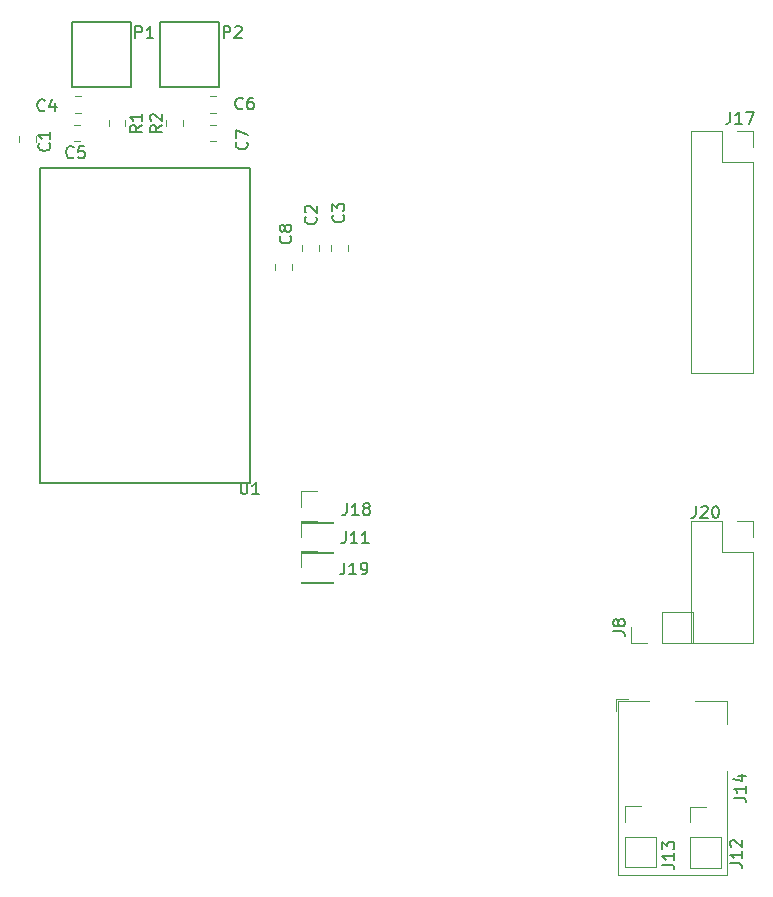
<source format=gbr>
G04 #@! TF.GenerationSoftware,KiCad,Pcbnew,5.0.2+dfsg1-1~bpo9+1*
G04 #@! TF.CreationDate,2019-07-09T17:18:54+02:00*
G04 #@! TF.ProjectId,sensoricnet_shield,73656e73-6f72-4696-936e-65745f736869,1.0*
G04 #@! TF.SameCoordinates,Original*
G04 #@! TF.FileFunction,Legend,Top*
G04 #@! TF.FilePolarity,Positive*
%FSLAX46Y46*%
G04 Gerber Fmt 4.6, Leading zero omitted, Abs format (unit mm)*
G04 Created by KiCad (PCBNEW 5.0.2+dfsg1-1~bpo9+1) date Tue 09 Jul 2019 05:18:54 PM CEST*
%MOMM*%
%LPD*%
G01*
G04 APERTURE LIST*
%ADD10C,0.120000*%
%ADD11C,0.150000*%
G04 APERTURE END LIST*
D10*
G04 #@! TO.C,J17*
X189787220Y-63132660D02*
X192387220Y-63132660D01*
X189787220Y-63132660D02*
X189787220Y-83572660D01*
X189787220Y-83572660D02*
X194987220Y-83572660D01*
X194987220Y-65732660D02*
X194987220Y-83572660D01*
X192387220Y-65732660D02*
X194987220Y-65732660D01*
X192387220Y-63132660D02*
X192387220Y-65732660D01*
X194987220Y-63132660D02*
X194987220Y-64462660D01*
X193657220Y-63132660D02*
X194987220Y-63132660D01*
G04 #@! TO.C,J20*
X193657220Y-96152660D02*
X194987220Y-96152660D01*
X194987220Y-96152660D02*
X194987220Y-97482660D01*
X192387220Y-96152660D02*
X192387220Y-98752660D01*
X192387220Y-98752660D02*
X194987220Y-98752660D01*
X194987220Y-98752660D02*
X194987220Y-106432660D01*
X189787220Y-106432660D02*
X194987220Y-106432660D01*
X189787220Y-96152660D02*
X189787220Y-106432660D01*
X189787220Y-96152660D02*
X192387220Y-96152660D01*
G04 #@! TO.C,J8*
X189894520Y-106445360D02*
X189894520Y-103785360D01*
X187294520Y-106445360D02*
X189894520Y-106445360D01*
X187294520Y-103785360D02*
X189894520Y-103785360D01*
X187294520Y-106445360D02*
X187294520Y-103785360D01*
X186024520Y-106445360D02*
X184694520Y-106445360D01*
X184694520Y-106445360D02*
X184694520Y-105115360D01*
G04 #@! TO.C,J12*
X184407120Y-111175360D02*
X183357120Y-111175360D01*
X183357120Y-112225360D02*
X183357120Y-111175360D01*
X192757120Y-117275360D02*
X192757120Y-126075360D01*
X192757120Y-126075360D02*
X183557120Y-126075360D01*
X190057120Y-111375360D02*
X192757120Y-111375360D01*
X192757120Y-111375360D02*
X192757120Y-113275360D01*
X183557120Y-126075360D02*
X183557120Y-111375360D01*
X183557120Y-111375360D02*
X186157120Y-111375360D01*
G04 #@! TO.C,J13*
X184161120Y-125444560D02*
X186821120Y-125444560D01*
X184161120Y-122844560D02*
X184161120Y-125444560D01*
X186821120Y-122844560D02*
X186821120Y-125444560D01*
X184161120Y-122844560D02*
X186821120Y-122844560D01*
X184161120Y-121574560D02*
X184161120Y-120244560D01*
X184161120Y-120244560D02*
X185491120Y-120244560D01*
G04 #@! TO.C,J14*
X189647520Y-125495360D02*
X192307520Y-125495360D01*
X189647520Y-122895360D02*
X189647520Y-125495360D01*
X192307520Y-122895360D02*
X192307520Y-125495360D01*
X189647520Y-122895360D02*
X192307520Y-122895360D01*
X189647520Y-121625360D02*
X189647520Y-120295360D01*
X189647520Y-120295360D02*
X190977520Y-120295360D01*
G04 #@! TO.C,J11*
X156754520Y-98799960D02*
X159414520Y-98799960D01*
X156754520Y-98739960D02*
X156754520Y-98799960D01*
X159414520Y-98739960D02*
X159414520Y-98799960D01*
X156754520Y-98739960D02*
X159414520Y-98739960D01*
X156754520Y-97469960D02*
X156754520Y-96139960D01*
X156754520Y-96139960D02*
X158084520Y-96139960D01*
G04 #@! TO.C,J18*
X156767220Y-93612660D02*
X158097220Y-93612660D01*
X156767220Y-94942660D02*
X156767220Y-93612660D01*
X156767220Y-96212660D02*
X159427220Y-96212660D01*
X159427220Y-96212660D02*
X159427220Y-96272660D01*
X156767220Y-96212660D02*
X156767220Y-96272660D01*
X156767220Y-96272660D02*
X159427220Y-96272660D01*
G04 #@! TO.C,J19*
X156754520Y-101339960D02*
X159414520Y-101339960D01*
X156754520Y-101279960D02*
X156754520Y-101339960D01*
X159414520Y-101279960D02*
X159414520Y-101339960D01*
X156754520Y-101279960D02*
X159414520Y-101279960D01*
X156754520Y-100009960D02*
X156754520Y-98679960D01*
X156754520Y-98679960D02*
X158084520Y-98679960D01*
G04 #@! TO.C,C1*
X132863520Y-63995038D02*
X132863520Y-63477882D01*
X134283520Y-63995038D02*
X134283520Y-63477882D01*
G04 #@! TO.C,C2*
X158261120Y-73268338D02*
X158261120Y-72751182D01*
X156841120Y-73268338D02*
X156841120Y-72751182D01*
G04 #@! TO.C,C3*
X159279520Y-73217538D02*
X159279520Y-72700382D01*
X160699520Y-73217538D02*
X160699520Y-72700382D01*
G04 #@! TO.C,C4*
X137582142Y-60107760D02*
X138099298Y-60107760D01*
X137582142Y-61527760D02*
X138099298Y-61527760D01*
G04 #@! TO.C,C5*
X137508242Y-63966160D02*
X138025398Y-63966160D01*
X137508242Y-62546160D02*
X138025398Y-62546160D01*
G04 #@! TO.C,C6*
X149552398Y-61527760D02*
X149035242Y-61527760D01*
X149552398Y-60107760D02*
X149035242Y-60107760D01*
G04 #@! TO.C,C7*
X149529298Y-62546160D02*
X149012142Y-62546160D01*
X149529298Y-63966160D02*
X149012142Y-63966160D01*
G04 #@! TO.C,C8*
X154555120Y-74376782D02*
X154555120Y-74893938D01*
X155975120Y-74376782D02*
X155975120Y-74893938D01*
D11*
G04 #@! TO.C,P1*
X142321920Y-53839360D02*
X142321920Y-59339360D01*
X142321920Y-59339360D02*
X137321920Y-59339360D01*
X137321920Y-59339360D02*
X137321920Y-53839360D01*
X137321920Y-53839360D02*
X142321920Y-53839360D01*
G04 #@! TO.C,P2*
X144789520Y-53839360D02*
X149789520Y-53839360D01*
X144789520Y-59339360D02*
X144789520Y-53839360D01*
X149789520Y-59339360D02*
X144789520Y-59339360D01*
X149789520Y-53839360D02*
X149789520Y-59339360D01*
D10*
G04 #@! TO.C,R1*
X141852720Y-62184782D02*
X141852720Y-62701938D01*
X140432720Y-62184782D02*
X140432720Y-62701938D01*
G04 #@! TO.C,R2*
X145309520Y-62184782D02*
X145309520Y-62701938D01*
X146729520Y-62184782D02*
X146729520Y-62701938D01*
D11*
G04 #@! TO.C,U1*
X134589520Y-92872560D02*
X152369520Y-92872560D01*
X152369520Y-92872560D02*
X152369520Y-66202560D01*
X152369520Y-66202560D02*
X134589520Y-66202560D01*
X134589520Y-66202560D02*
X134589520Y-92872560D01*
G04 #@! TO.C,J17*
X193063596Y-61489340D02*
X193063596Y-62203626D01*
X193015977Y-62346483D01*
X192920739Y-62441721D01*
X192777881Y-62489340D01*
X192682643Y-62489340D01*
X194063596Y-62489340D02*
X193492167Y-62489340D01*
X193777881Y-62489340D02*
X193777881Y-61489340D01*
X193682643Y-61632198D01*
X193587405Y-61727436D01*
X193492167Y-61775055D01*
X194396929Y-61489340D02*
X195063596Y-61489340D01*
X194635024Y-62489340D01*
G04 #@! TO.C,J20*
X190167996Y-94839540D02*
X190167996Y-95553826D01*
X190120377Y-95696683D01*
X190025139Y-95791921D01*
X189882281Y-95839540D01*
X189787043Y-95839540D01*
X190596567Y-94934779D02*
X190644186Y-94887160D01*
X190739424Y-94839540D01*
X190977520Y-94839540D01*
X191072758Y-94887160D01*
X191120377Y-94934779D01*
X191167996Y-95030017D01*
X191167996Y-95125255D01*
X191120377Y-95268112D01*
X190548948Y-95839540D01*
X191167996Y-95839540D01*
X191787043Y-94839540D02*
X191882281Y-94839540D01*
X191977520Y-94887160D01*
X192025139Y-94934779D01*
X192072758Y-95030017D01*
X192120377Y-95220493D01*
X192120377Y-95458588D01*
X192072758Y-95649064D01*
X192025139Y-95744302D01*
X191977520Y-95791921D01*
X191882281Y-95839540D01*
X191787043Y-95839540D01*
X191691805Y-95791921D01*
X191644186Y-95744302D01*
X191596567Y-95649064D01*
X191548948Y-95458588D01*
X191548948Y-95220493D01*
X191596567Y-95030017D01*
X191644186Y-94934779D01*
X191691805Y-94887160D01*
X191787043Y-94839540D01*
G04 #@! TO.C,J8*
X183146900Y-105448693D02*
X183861186Y-105448693D01*
X184004043Y-105496312D01*
X184099281Y-105591550D01*
X184146900Y-105734407D01*
X184146900Y-105829645D01*
X183575472Y-104829645D02*
X183527853Y-104924883D01*
X183480234Y-104972502D01*
X183384996Y-105020121D01*
X183337377Y-105020121D01*
X183242139Y-104972502D01*
X183194520Y-104924883D01*
X183146900Y-104829645D01*
X183146900Y-104639169D01*
X183194520Y-104543931D01*
X183242139Y-104496312D01*
X183337377Y-104448693D01*
X183384996Y-104448693D01*
X183480234Y-104496312D01*
X183527853Y-104543931D01*
X183575472Y-104639169D01*
X183575472Y-104829645D01*
X183623091Y-104924883D01*
X183670710Y-104972502D01*
X183765948Y-105020121D01*
X183956424Y-105020121D01*
X184051662Y-104972502D01*
X184099281Y-104924883D01*
X184146900Y-104829645D01*
X184146900Y-104639169D01*
X184099281Y-104543931D01*
X184051662Y-104496312D01*
X183956424Y-104448693D01*
X183765948Y-104448693D01*
X183670710Y-104496312D01*
X183623091Y-104543931D01*
X183575472Y-104639169D01*
G04 #@! TO.C,J12*
X193071500Y-125076483D02*
X193785786Y-125076483D01*
X193928643Y-125124102D01*
X194023881Y-125219340D01*
X194071500Y-125362198D01*
X194071500Y-125457436D01*
X194071500Y-124076483D02*
X194071500Y-124647912D01*
X194071500Y-124362198D02*
X193071500Y-124362198D01*
X193214358Y-124457436D01*
X193309596Y-124552674D01*
X193357215Y-124647912D01*
X193166739Y-123695531D02*
X193119120Y-123647912D01*
X193071500Y-123552674D01*
X193071500Y-123314579D01*
X193119120Y-123219340D01*
X193166739Y-123171721D01*
X193261977Y-123124102D01*
X193357215Y-123124102D01*
X193500072Y-123171721D01*
X194071500Y-123743150D01*
X194071500Y-123124102D01*
G04 #@! TO.C,J13*
X187331100Y-125228883D02*
X188045386Y-125228883D01*
X188188243Y-125276502D01*
X188283481Y-125371740D01*
X188331100Y-125514598D01*
X188331100Y-125609836D01*
X188331100Y-124228883D02*
X188331100Y-124800312D01*
X188331100Y-124514598D02*
X187331100Y-124514598D01*
X187473958Y-124609836D01*
X187569196Y-124705074D01*
X187616815Y-124800312D01*
X187331100Y-123895550D02*
X187331100Y-123276502D01*
X187712053Y-123609836D01*
X187712053Y-123466979D01*
X187759672Y-123371740D01*
X187807291Y-123324121D01*
X187902529Y-123276502D01*
X188140624Y-123276502D01*
X188235862Y-123324121D01*
X188283481Y-123371740D01*
X188331100Y-123466979D01*
X188331100Y-123752693D01*
X188283481Y-123847931D01*
X188235862Y-123895550D01*
G04 #@! TO.C,J14*
X193376300Y-119539283D02*
X194090586Y-119539283D01*
X194233443Y-119586902D01*
X194328681Y-119682140D01*
X194376300Y-119824998D01*
X194376300Y-119920236D01*
X194376300Y-118539283D02*
X194376300Y-119110712D01*
X194376300Y-118824998D02*
X193376300Y-118824998D01*
X193519158Y-118920236D01*
X193614396Y-119015474D01*
X193662015Y-119110712D01*
X193709634Y-117682140D02*
X194376300Y-117682140D01*
X193328681Y-117920236D02*
X194042967Y-118158331D01*
X194042967Y-117539283D01*
G04 #@! TO.C,J11*
X160500796Y-96998540D02*
X160500796Y-97712826D01*
X160453177Y-97855683D01*
X160357939Y-97950921D01*
X160215081Y-97998540D01*
X160119843Y-97998540D01*
X161500796Y-97998540D02*
X160929367Y-97998540D01*
X161215081Y-97998540D02*
X161215081Y-96998540D01*
X161119843Y-97141398D01*
X161024605Y-97236636D01*
X160929367Y-97284255D01*
X162453177Y-97998540D02*
X161881748Y-97998540D01*
X162167462Y-97998540D02*
X162167462Y-96998540D01*
X162072224Y-97141398D01*
X161976986Y-97236636D01*
X161881748Y-97284255D01*
G04 #@! TO.C,J18*
X160602396Y-94610940D02*
X160602396Y-95325226D01*
X160554777Y-95468083D01*
X160459539Y-95563321D01*
X160316681Y-95610940D01*
X160221443Y-95610940D01*
X161602396Y-95610940D02*
X161030967Y-95610940D01*
X161316681Y-95610940D02*
X161316681Y-94610940D01*
X161221443Y-94753798D01*
X161126205Y-94849036D01*
X161030967Y-94896655D01*
X162173824Y-95039512D02*
X162078586Y-94991893D01*
X162030967Y-94944274D01*
X161983348Y-94849036D01*
X161983348Y-94801417D01*
X162030967Y-94706179D01*
X162078586Y-94658560D01*
X162173824Y-94610940D01*
X162364300Y-94610940D01*
X162459539Y-94658560D01*
X162507158Y-94706179D01*
X162554777Y-94801417D01*
X162554777Y-94849036D01*
X162507158Y-94944274D01*
X162459539Y-94991893D01*
X162364300Y-95039512D01*
X162173824Y-95039512D01*
X162078586Y-95087131D01*
X162030967Y-95134750D01*
X161983348Y-95229988D01*
X161983348Y-95420464D01*
X162030967Y-95515702D01*
X162078586Y-95563321D01*
X162173824Y-95610940D01*
X162364300Y-95610940D01*
X162459539Y-95563321D01*
X162507158Y-95515702D01*
X162554777Y-95420464D01*
X162554777Y-95229988D01*
X162507158Y-95134750D01*
X162459539Y-95087131D01*
X162364300Y-95039512D01*
G04 #@! TO.C,J19*
X160399196Y-99640140D02*
X160399196Y-100354426D01*
X160351577Y-100497283D01*
X160256339Y-100592521D01*
X160113481Y-100640140D01*
X160018243Y-100640140D01*
X161399196Y-100640140D02*
X160827767Y-100640140D01*
X161113481Y-100640140D02*
X161113481Y-99640140D01*
X161018243Y-99782998D01*
X160923005Y-99878236D01*
X160827767Y-99925855D01*
X161875386Y-100640140D02*
X162065862Y-100640140D01*
X162161100Y-100592521D01*
X162208720Y-100544902D01*
X162303958Y-100402045D01*
X162351577Y-100211569D01*
X162351577Y-99830617D01*
X162303958Y-99735379D01*
X162256339Y-99687760D01*
X162161100Y-99640140D01*
X161970624Y-99640140D01*
X161875386Y-99687760D01*
X161827767Y-99735379D01*
X161780148Y-99830617D01*
X161780148Y-100068712D01*
X161827767Y-100163950D01*
X161875386Y-100211569D01*
X161970624Y-100259188D01*
X162161100Y-100259188D01*
X162256339Y-100211569D01*
X162303958Y-100163950D01*
X162351577Y-100068712D01*
G04 #@! TO.C,C1*
X135403862Y-64134026D02*
X135451481Y-64181645D01*
X135499100Y-64324502D01*
X135499100Y-64419740D01*
X135451481Y-64562598D01*
X135356243Y-64657836D01*
X135261005Y-64705455D01*
X135070529Y-64753074D01*
X134927672Y-64753074D01*
X134737196Y-64705455D01*
X134641958Y-64657836D01*
X134546720Y-64562598D01*
X134499100Y-64419740D01*
X134499100Y-64324502D01*
X134546720Y-64181645D01*
X134594339Y-64134026D01*
X135499100Y-63181645D02*
X135499100Y-63753074D01*
X135499100Y-63467360D02*
X134499100Y-63467360D01*
X134641958Y-63562598D01*
X134737196Y-63657836D01*
X134784815Y-63753074D01*
G04 #@! TO.C,C2*
X157959062Y-70359326D02*
X158006681Y-70406945D01*
X158054300Y-70549802D01*
X158054300Y-70645040D01*
X158006681Y-70787898D01*
X157911443Y-70883136D01*
X157816205Y-70930755D01*
X157625729Y-70978374D01*
X157482872Y-70978374D01*
X157292396Y-70930755D01*
X157197158Y-70883136D01*
X157101920Y-70787898D01*
X157054300Y-70645040D01*
X157054300Y-70549802D01*
X157101920Y-70406945D01*
X157149539Y-70359326D01*
X157149539Y-69978374D02*
X157101920Y-69930755D01*
X157054300Y-69835517D01*
X157054300Y-69597421D01*
X157101920Y-69502183D01*
X157149539Y-69454564D01*
X157244777Y-69406945D01*
X157340015Y-69406945D01*
X157482872Y-69454564D01*
X158054300Y-70025993D01*
X158054300Y-69406945D01*
G04 #@! TO.C,C3*
X160295862Y-70202326D02*
X160343481Y-70249945D01*
X160391100Y-70392802D01*
X160391100Y-70488040D01*
X160343481Y-70630898D01*
X160248243Y-70726136D01*
X160153005Y-70773755D01*
X159962529Y-70821374D01*
X159819672Y-70821374D01*
X159629196Y-70773755D01*
X159533958Y-70726136D01*
X159438720Y-70630898D01*
X159391100Y-70488040D01*
X159391100Y-70392802D01*
X159438720Y-70249945D01*
X159486339Y-70202326D01*
X159391100Y-69868993D02*
X159391100Y-69249945D01*
X159772053Y-69583279D01*
X159772053Y-69440421D01*
X159819672Y-69345183D01*
X159867291Y-69297564D01*
X159962529Y-69249945D01*
X160200624Y-69249945D01*
X160295862Y-69297564D01*
X160343481Y-69345183D01*
X160391100Y-69440421D01*
X160391100Y-69726136D01*
X160343481Y-69821374D01*
X160295862Y-69868993D01*
G04 #@! TO.C,C4*
X135032453Y-61327302D02*
X134984834Y-61374921D01*
X134841977Y-61422540D01*
X134746739Y-61422540D01*
X134603881Y-61374921D01*
X134508643Y-61279683D01*
X134461024Y-61184445D01*
X134413405Y-60993969D01*
X134413405Y-60851112D01*
X134461024Y-60660636D01*
X134508643Y-60565398D01*
X134603881Y-60470160D01*
X134746739Y-60422540D01*
X134841977Y-60422540D01*
X134984834Y-60470160D01*
X135032453Y-60517779D01*
X135889596Y-60755874D02*
X135889596Y-61422540D01*
X135651500Y-60374921D02*
X135413405Y-61089207D01*
X136032453Y-61089207D01*
G04 #@! TO.C,C5*
X137470853Y-65289702D02*
X137423234Y-65337321D01*
X137280377Y-65384940D01*
X137185139Y-65384940D01*
X137042281Y-65337321D01*
X136947043Y-65242083D01*
X136899424Y-65146845D01*
X136851805Y-64956369D01*
X136851805Y-64813512D01*
X136899424Y-64623036D01*
X136947043Y-64527798D01*
X137042281Y-64432560D01*
X137185139Y-64384940D01*
X137280377Y-64384940D01*
X137423234Y-64432560D01*
X137470853Y-64480179D01*
X138375615Y-64384940D02*
X137899424Y-64384940D01*
X137851805Y-64861131D01*
X137899424Y-64813512D01*
X137994662Y-64765893D01*
X138232758Y-64765893D01*
X138327996Y-64813512D01*
X138375615Y-64861131D01*
X138423234Y-64956369D01*
X138423234Y-65194464D01*
X138375615Y-65289702D01*
X138327996Y-65337321D01*
X138232758Y-65384940D01*
X137994662Y-65384940D01*
X137899424Y-65337321D01*
X137851805Y-65289702D01*
G04 #@! TO.C,C6*
X151796453Y-61174902D02*
X151748834Y-61222521D01*
X151605977Y-61270140D01*
X151510739Y-61270140D01*
X151367881Y-61222521D01*
X151272643Y-61127283D01*
X151225024Y-61032045D01*
X151177405Y-60841569D01*
X151177405Y-60698712D01*
X151225024Y-60508236D01*
X151272643Y-60412998D01*
X151367881Y-60317760D01*
X151510739Y-60270140D01*
X151605977Y-60270140D01*
X151748834Y-60317760D01*
X151796453Y-60365379D01*
X152653596Y-60270140D02*
X152463120Y-60270140D01*
X152367881Y-60317760D01*
X152320262Y-60365379D01*
X152225024Y-60508236D01*
X152177405Y-60698712D01*
X152177405Y-61079664D01*
X152225024Y-61174902D01*
X152272643Y-61222521D01*
X152367881Y-61270140D01*
X152558358Y-61270140D01*
X152653596Y-61222521D01*
X152701215Y-61174902D01*
X152748834Y-61079664D01*
X152748834Y-60841569D01*
X152701215Y-60746331D01*
X152653596Y-60698712D01*
X152558358Y-60651093D01*
X152367881Y-60651093D01*
X152272643Y-60698712D01*
X152225024Y-60746331D01*
X152177405Y-60841569D01*
G04 #@! TO.C,C7*
X152117062Y-64032426D02*
X152164681Y-64080045D01*
X152212300Y-64222902D01*
X152212300Y-64318140D01*
X152164681Y-64460998D01*
X152069443Y-64556236D01*
X151974205Y-64603855D01*
X151783729Y-64651474D01*
X151640872Y-64651474D01*
X151450396Y-64603855D01*
X151355158Y-64556236D01*
X151259920Y-64460998D01*
X151212300Y-64318140D01*
X151212300Y-64222902D01*
X151259920Y-64080045D01*
X151307539Y-64032426D01*
X151212300Y-63699093D02*
X151212300Y-63032426D01*
X152212300Y-63460998D01*
G04 #@! TO.C,C8*
X155825462Y-71984926D02*
X155873081Y-72032545D01*
X155920700Y-72175402D01*
X155920700Y-72270640D01*
X155873081Y-72413498D01*
X155777843Y-72508736D01*
X155682605Y-72556355D01*
X155492129Y-72603974D01*
X155349272Y-72603974D01*
X155158796Y-72556355D01*
X155063558Y-72508736D01*
X154968320Y-72413498D01*
X154920700Y-72270640D01*
X154920700Y-72175402D01*
X154968320Y-72032545D01*
X155015939Y-71984926D01*
X155349272Y-71413498D02*
X155301653Y-71508736D01*
X155254034Y-71556355D01*
X155158796Y-71603974D01*
X155111177Y-71603974D01*
X155015939Y-71556355D01*
X154968320Y-71508736D01*
X154920700Y-71413498D01*
X154920700Y-71223021D01*
X154968320Y-71127783D01*
X155015939Y-71080164D01*
X155111177Y-71032545D01*
X155158796Y-71032545D01*
X155254034Y-71080164D01*
X155301653Y-71127783D01*
X155349272Y-71223021D01*
X155349272Y-71413498D01*
X155396891Y-71508736D01*
X155444510Y-71556355D01*
X155539748Y-71603974D01*
X155730224Y-71603974D01*
X155825462Y-71556355D01*
X155873081Y-71508736D01*
X155920700Y-71413498D01*
X155920700Y-71223021D01*
X155873081Y-71127783D01*
X155825462Y-71080164D01*
X155730224Y-71032545D01*
X155539748Y-71032545D01*
X155444510Y-71080164D01*
X155396891Y-71127783D01*
X155349272Y-71223021D01*
G04 #@! TO.C,P1*
X142713484Y-55212240D02*
X142713484Y-54212240D01*
X143094437Y-54212240D01*
X143189675Y-54259860D01*
X143237294Y-54307479D01*
X143284913Y-54402717D01*
X143284913Y-54545574D01*
X143237294Y-54640812D01*
X143189675Y-54688431D01*
X143094437Y-54736050D01*
X142713484Y-54736050D01*
X144237294Y-55212240D02*
X143665865Y-55212240D01*
X143951580Y-55212240D02*
X143951580Y-54212240D01*
X143856341Y-54355098D01*
X143761103Y-54450336D01*
X143665865Y-54497955D01*
G04 #@! TO.C,P2*
X150181084Y-55212240D02*
X150181084Y-54212240D01*
X150562037Y-54212240D01*
X150657275Y-54259860D01*
X150704894Y-54307479D01*
X150752513Y-54402717D01*
X150752513Y-54545574D01*
X150704894Y-54640812D01*
X150657275Y-54688431D01*
X150562037Y-54736050D01*
X150181084Y-54736050D01*
X151133465Y-54307479D02*
X151181084Y-54259860D01*
X151276322Y-54212240D01*
X151514418Y-54212240D01*
X151609656Y-54259860D01*
X151657275Y-54307479D01*
X151704894Y-54402717D01*
X151704894Y-54497955D01*
X151657275Y-54640812D01*
X151085846Y-55212240D01*
X151704894Y-55212240D01*
G04 #@! TO.C,R1*
X143245100Y-62610026D02*
X142768910Y-62943360D01*
X143245100Y-63181455D02*
X142245100Y-63181455D01*
X142245100Y-62800502D01*
X142292720Y-62705264D01*
X142340339Y-62657645D01*
X142435577Y-62610026D01*
X142578434Y-62610026D01*
X142673672Y-62657645D01*
X142721291Y-62705264D01*
X142768910Y-62800502D01*
X142768910Y-63181455D01*
X143245100Y-61657645D02*
X143245100Y-62229074D01*
X143245100Y-61943360D02*
X142245100Y-61943360D01*
X142387958Y-62038598D01*
X142483196Y-62133836D01*
X142530815Y-62229074D01*
G04 #@! TO.C,R2*
X144947900Y-62610026D02*
X144471710Y-62943360D01*
X144947900Y-63181455D02*
X143947900Y-63181455D01*
X143947900Y-62800502D01*
X143995520Y-62705264D01*
X144043139Y-62657645D01*
X144138377Y-62610026D01*
X144281234Y-62610026D01*
X144376472Y-62657645D01*
X144424091Y-62705264D01*
X144471710Y-62800502D01*
X144471710Y-63181455D01*
X144043139Y-62229074D02*
X143995520Y-62181455D01*
X143947900Y-62086217D01*
X143947900Y-61848121D01*
X143995520Y-61752883D01*
X144043139Y-61705264D01*
X144138377Y-61657645D01*
X144233615Y-61657645D01*
X144376472Y-61705264D01*
X144947900Y-62276693D01*
X144947900Y-61657645D01*
G04 #@! TO.C,U1*
X151607615Y-92824940D02*
X151607615Y-93634464D01*
X151655234Y-93729702D01*
X151702853Y-93777321D01*
X151798091Y-93824940D01*
X151988567Y-93824940D01*
X152083805Y-93777321D01*
X152131424Y-93729702D01*
X152179043Y-93634464D01*
X152179043Y-92824940D01*
X153179043Y-93824940D02*
X152607615Y-93824940D01*
X152893329Y-93824940D02*
X152893329Y-92824940D01*
X152798091Y-92967798D01*
X152702853Y-93063036D01*
X152607615Y-93110655D01*
G04 #@! TD*
M02*

</source>
